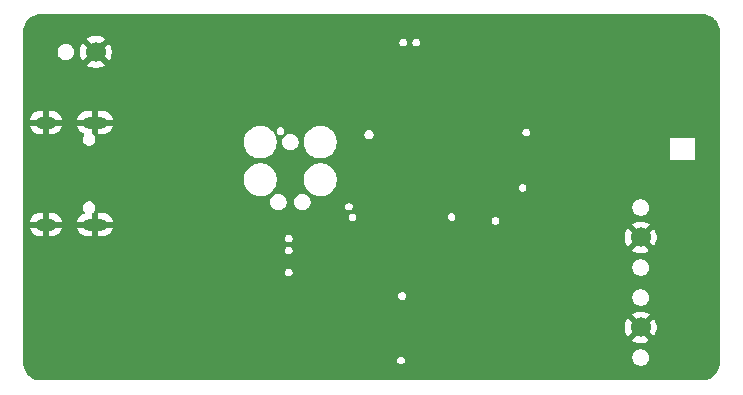
<source format=gbr>
%TF.GenerationSoftware,KiCad,Pcbnew,9.0.4*%
%TF.CreationDate,2025-09-25T07:19:07+02:00*%
%TF.ProjectId,stm32_sensirion_wb,73746d33-325f-4736-956e-736972696f6e,rev?*%
%TF.SameCoordinates,Original*%
%TF.FileFunction,Copper,L2,Inr*%
%TF.FilePolarity,Positive*%
%FSLAX46Y46*%
G04 Gerber Fmt 4.6, Leading zero omitted, Abs format (unit mm)*
G04 Created by KiCad (PCBNEW 9.0.4) date 2025-09-25 07:19:07*
%MOMM*%
%LPD*%
G01*
G04 APERTURE LIST*
%TA.AperFunction,ComponentPad*%
%ADD10C,0.700000*%
%TD*%
%TA.AperFunction,ComponentPad*%
%ADD11C,4.400000*%
%TD*%
%TA.AperFunction,ComponentPad*%
%ADD12C,1.700000*%
%TD*%
%TA.AperFunction,HeatsinkPad*%
%ADD13O,2.100000X1.000000*%
%TD*%
%TA.AperFunction,HeatsinkPad*%
%ADD14O,1.800000X1.000000*%
%TD*%
%TA.AperFunction,ViaPad*%
%ADD15C,0.650000*%
%TD*%
%TA.AperFunction,ViaPad*%
%ADD16C,0.700000*%
%TD*%
%TA.AperFunction,ViaPad*%
%ADD17C,0.900000*%
%TD*%
%TA.AperFunction,ViaPad*%
%ADD18C,0.600000*%
%TD*%
G04 APERTURE END LIST*
D10*
%TO.N,GND*%
%TO.C,H1*%
X110600000Y-34750000D03*
X111083274Y-33583274D03*
X111083274Y-35916726D03*
X112250000Y-33100000D03*
D11*
X112250000Y-34750000D03*
D10*
X112250000Y-36400000D03*
X113416726Y-33583274D03*
X113416726Y-35916726D03*
X113900000Y-34750000D03*
%TD*%
%TO.N,GND*%
%TO.C,H2*%
X57100000Y-60250000D03*
X57583274Y-59083274D03*
X57583274Y-61416726D03*
X58750000Y-58600000D03*
D11*
X58750000Y-60250000D03*
D10*
X58750000Y-61900000D03*
X59916726Y-59083274D03*
X59916726Y-61416726D03*
X60400000Y-60250000D03*
%TD*%
D12*
%TO.N,GND*%
%TO.C,J3*%
X108300000Y-50910000D03*
X108300000Y-58530000D03*
%TD*%
%TO.N,GND*%
%TO.C,J1*%
X62165000Y-35200000D03*
%TD*%
D13*
%TO.N,GND*%
%TO.C,J2*%
X62105000Y-41180000D03*
D14*
X57925000Y-41180000D03*
D13*
X62105000Y-49820000D03*
D14*
X57925000Y-49820000D03*
%TD*%
D15*
%TO.N,GND*%
X72400000Y-55900000D03*
D16*
X94000000Y-42600000D03*
X83581250Y-43500000D03*
D17*
X69500000Y-33000000D03*
D16*
X85981250Y-39400000D03*
D17*
X62500000Y-62000000D03*
D16*
X94000000Y-44700000D03*
D17*
X78500000Y-38000000D03*
D16*
X97000000Y-47150000D03*
X88100000Y-57250000D03*
D17*
X65500000Y-62000000D03*
D16*
X67100000Y-45500000D03*
X94000000Y-46800000D03*
X91800000Y-46800000D03*
D17*
X78500000Y-33000000D03*
D16*
X92900000Y-45800000D03*
X95700000Y-38900000D03*
X89800000Y-46800000D03*
X77800000Y-57800000D03*
X77800000Y-56700000D03*
D17*
X77500000Y-62000000D03*
D16*
X94400000Y-40200000D03*
D18*
X58000000Y-43250000D03*
D17*
X104500000Y-58000000D03*
D16*
X109150000Y-59850000D03*
X99200000Y-46200000D03*
X113300000Y-45900000D03*
X107100000Y-44500000D03*
X91700000Y-51950000D03*
D17*
X57500000Y-33000000D03*
X103000000Y-60500000D03*
D16*
X105000000Y-47500000D03*
X82800000Y-58000000D03*
D17*
X75500000Y-33000000D03*
D16*
X100018750Y-49500000D03*
X97800000Y-36181250D03*
X93500000Y-40200000D03*
D17*
X69500000Y-38000000D03*
X81500000Y-33000000D03*
X68000000Y-40500000D03*
D16*
X64300000Y-42300000D03*
D17*
X66500000Y-38000000D03*
D16*
X64200000Y-48700000D03*
X89800000Y-42600000D03*
X111800000Y-45900000D03*
D17*
X102000000Y-33000000D03*
X57500000Y-55000000D03*
X95500000Y-33000000D03*
D16*
X72300000Y-59900000D03*
X91800000Y-42600000D03*
D17*
X74500000Y-62000000D03*
D16*
X85225000Y-56950000D03*
D17*
X108000000Y-38000000D03*
D16*
X91000000Y-43700000D03*
D17*
X66500000Y-33000000D03*
X60500000Y-33000000D03*
D16*
X86750000Y-45600000D03*
X76500000Y-47800000D03*
X107100000Y-42200000D03*
X98200000Y-40925000D03*
D17*
X68500000Y-62000000D03*
X106000000Y-60500000D03*
D16*
X82700000Y-52000000D03*
X63300000Y-39150000D03*
X70500000Y-58200000D03*
D17*
X71000000Y-40500000D03*
D16*
X70500000Y-59600000D03*
X93850000Y-58900000D03*
D17*
X73000000Y-48000000D03*
D18*
X58000000Y-47750000D03*
D16*
X84800000Y-53012500D03*
D17*
X72500000Y-33000000D03*
D16*
X86081250Y-35800000D03*
X111800000Y-40500000D03*
X92700000Y-43700000D03*
D17*
X101500000Y-58000000D03*
D16*
X89800000Y-44600000D03*
X67700000Y-59600000D03*
X73700000Y-59900000D03*
X82700000Y-51100000D03*
X113200000Y-40500000D03*
X91000000Y-45700000D03*
D17*
X99000000Y-33000000D03*
X81500000Y-38000000D03*
D16*
X109250000Y-52100000D03*
D18*
X58750000Y-45500000D03*
D16*
X81000000Y-57400000D03*
D17*
X100500000Y-35500000D03*
D16*
X86081250Y-37600000D03*
D17*
X71500000Y-62000000D03*
D16*
X84800000Y-45600000D03*
X63750000Y-51900000D03*
D17*
X111000000Y-38000000D03*
D16*
X67700000Y-58200000D03*
X82800000Y-59400000D03*
X91250000Y-58900000D03*
X110400000Y-45900000D03*
D18*
X57000000Y-45500000D03*
D16*
X104200000Y-46200000D03*
D17*
X75500000Y-38000000D03*
X63500000Y-33000000D03*
X105000000Y-38000000D03*
D16*
X76100000Y-55450000D03*
D17*
X106500000Y-35500000D03*
X76000000Y-51000000D03*
D16*
X69100000Y-59600000D03*
D17*
X103500000Y-35500000D03*
X84500000Y-33000000D03*
X105000000Y-33000000D03*
X102000000Y-38000000D03*
D16*
X77800000Y-55500000D03*
X69100000Y-58200000D03*
D17*
X72500000Y-38000000D03*
D16*
X86800000Y-51950000D03*
D15*
X71100000Y-56000000D03*
D16*
X110400000Y-40500000D03*
D17*
X108000000Y-33000000D03*
%TD*%
%TA.AperFunction,Conductor*%
%TO.N,GND*%
G36*
X113504418Y-32000816D02*
G01*
X113704561Y-32015130D01*
X113722063Y-32017647D01*
X113913797Y-32059355D01*
X113930755Y-32064334D01*
X114114609Y-32132909D01*
X114130701Y-32140259D01*
X114302904Y-32234288D01*
X114317784Y-32243849D01*
X114474867Y-32361441D01*
X114488237Y-32373027D01*
X114626972Y-32511762D01*
X114638558Y-32525132D01*
X114756146Y-32682210D01*
X114765711Y-32697095D01*
X114859740Y-32869298D01*
X114867090Y-32885390D01*
X114935662Y-33069236D01*
X114940646Y-33086212D01*
X114982351Y-33277931D01*
X114984869Y-33295442D01*
X114999184Y-33495580D01*
X114999500Y-33504427D01*
X114999500Y-61495572D01*
X114999184Y-61504419D01*
X114984869Y-61704557D01*
X114982351Y-61722068D01*
X114940646Y-61913787D01*
X114935662Y-61930763D01*
X114867090Y-62114609D01*
X114859740Y-62130701D01*
X114765711Y-62302904D01*
X114756146Y-62317789D01*
X114638558Y-62474867D01*
X114626972Y-62488237D01*
X114488237Y-62626972D01*
X114474867Y-62638558D01*
X114317789Y-62756146D01*
X114302904Y-62765711D01*
X114130701Y-62859740D01*
X114114609Y-62867090D01*
X113930763Y-62935662D01*
X113913787Y-62940646D01*
X113722068Y-62982351D01*
X113704557Y-62984869D01*
X113523779Y-62997799D01*
X113504417Y-62999184D01*
X113495572Y-62999500D01*
X57504428Y-62999500D01*
X57495582Y-62999184D01*
X57473622Y-62997613D01*
X57295442Y-62984869D01*
X57277931Y-62982351D01*
X57086212Y-62940646D01*
X57069236Y-62935662D01*
X56885390Y-62867090D01*
X56869298Y-62859740D01*
X56697095Y-62765711D01*
X56682210Y-62756146D01*
X56525132Y-62638558D01*
X56511762Y-62626972D01*
X56373027Y-62488237D01*
X56361441Y-62474867D01*
X56243849Y-62317784D01*
X56234288Y-62302904D01*
X56140259Y-62130701D01*
X56132909Y-62114609D01*
X56072091Y-61951551D01*
X56064334Y-61930755D01*
X56059355Y-61913797D01*
X56017647Y-61722063D01*
X56015130Y-61704556D01*
X56014144Y-61690775D01*
X56000816Y-61504418D01*
X56000500Y-61495572D01*
X56000500Y-61257147D01*
X87674500Y-61257147D01*
X87674500Y-61342853D01*
X87690300Y-61401817D01*
X87696682Y-61425637D01*
X87696685Y-61425644D01*
X87739530Y-61499855D01*
X87739534Y-61499860D01*
X87739535Y-61499862D01*
X87800138Y-61560465D01*
X87800140Y-61560466D01*
X87800144Y-61560469D01*
X87874355Y-61603314D01*
X87874362Y-61603318D01*
X87957147Y-61625500D01*
X87957149Y-61625500D01*
X88042851Y-61625500D01*
X88042853Y-61625500D01*
X88125638Y-61603318D01*
X88199862Y-61560465D01*
X88260465Y-61499862D01*
X88303318Y-61425638D01*
X88325500Y-61342853D01*
X88325500Y-61257147D01*
X88303318Y-61174362D01*
X88282899Y-61138995D01*
X107599499Y-61138995D01*
X107626418Y-61274322D01*
X107626421Y-61274332D01*
X107679221Y-61401804D01*
X107679228Y-61401817D01*
X107755885Y-61516541D01*
X107755888Y-61516545D01*
X107853454Y-61614111D01*
X107853458Y-61614114D01*
X107968182Y-61690771D01*
X107968195Y-61690778D01*
X108043737Y-61722068D01*
X108095672Y-61743580D01*
X108095676Y-61743580D01*
X108095677Y-61743581D01*
X108231004Y-61770500D01*
X108231007Y-61770500D01*
X108368995Y-61770500D01*
X108460041Y-61752389D01*
X108504328Y-61743580D01*
X108631811Y-61690775D01*
X108746542Y-61614114D01*
X108844114Y-61516542D01*
X108920775Y-61401811D01*
X108973580Y-61274328D01*
X109000500Y-61138993D01*
X109000500Y-61001007D01*
X109000500Y-61001004D01*
X108973581Y-60865677D01*
X108973580Y-60865676D01*
X108973580Y-60865672D01*
X108973578Y-60865667D01*
X108920778Y-60738195D01*
X108920771Y-60738182D01*
X108844114Y-60623458D01*
X108844111Y-60623454D01*
X108746545Y-60525888D01*
X108746541Y-60525885D01*
X108631817Y-60449228D01*
X108631804Y-60449221D01*
X108504332Y-60396421D01*
X108504322Y-60396418D01*
X108368995Y-60369500D01*
X108368993Y-60369500D01*
X108231007Y-60369500D01*
X108231005Y-60369500D01*
X108095677Y-60396418D01*
X108095667Y-60396421D01*
X107968195Y-60449221D01*
X107968182Y-60449228D01*
X107853458Y-60525885D01*
X107853454Y-60525888D01*
X107755888Y-60623454D01*
X107755885Y-60623458D01*
X107679228Y-60738182D01*
X107679221Y-60738195D01*
X107626421Y-60865667D01*
X107626418Y-60865677D01*
X107599500Y-61001004D01*
X107599500Y-61001007D01*
X107599500Y-61138993D01*
X107599500Y-61138995D01*
X107599499Y-61138995D01*
X88282899Y-61138995D01*
X88282898Y-61138993D01*
X88260469Y-61100144D01*
X88260463Y-61100136D01*
X88199863Y-61039536D01*
X88199855Y-61039530D01*
X88125644Y-60996685D01*
X88125640Y-60996683D01*
X88125638Y-60996682D01*
X88042853Y-60974500D01*
X87957147Y-60974500D01*
X87874362Y-60996682D01*
X87874355Y-60996685D01*
X87800144Y-61039530D01*
X87800136Y-61039536D01*
X87739536Y-61100136D01*
X87739530Y-61100144D01*
X87696685Y-61174355D01*
X87696682Y-61174362D01*
X87674500Y-61257147D01*
X56000500Y-61257147D01*
X56000500Y-58423753D01*
X106950000Y-58423753D01*
X106950000Y-58636246D01*
X106983242Y-58846127D01*
X106983242Y-58846130D01*
X107048904Y-59048217D01*
X107145375Y-59237550D01*
X107184728Y-59291716D01*
X107817037Y-58659408D01*
X107834075Y-58722993D01*
X107899901Y-58837007D01*
X107992993Y-58930099D01*
X108107007Y-58995925D01*
X108170590Y-59012962D01*
X107538282Y-59645269D01*
X107538282Y-59645270D01*
X107592449Y-59684624D01*
X107781782Y-59781095D01*
X107983870Y-59846757D01*
X108193754Y-59880000D01*
X108406246Y-59880000D01*
X108616127Y-59846757D01*
X108616130Y-59846757D01*
X108818217Y-59781095D01*
X109007554Y-59684622D01*
X109061716Y-59645270D01*
X109061717Y-59645270D01*
X108429408Y-59012962D01*
X108492993Y-58995925D01*
X108607007Y-58930099D01*
X108700099Y-58837007D01*
X108765925Y-58722993D01*
X108782962Y-58659408D01*
X109415270Y-59291717D01*
X109415270Y-59291716D01*
X109454622Y-59237554D01*
X109551095Y-59048217D01*
X109616757Y-58846130D01*
X109616757Y-58846127D01*
X109650000Y-58636246D01*
X109650000Y-58423753D01*
X109616757Y-58213872D01*
X109616757Y-58213869D01*
X109551095Y-58011782D01*
X109454624Y-57822449D01*
X109415270Y-57768282D01*
X109415269Y-57768282D01*
X108782962Y-58400590D01*
X108765925Y-58337007D01*
X108700099Y-58222993D01*
X108607007Y-58129901D01*
X108492993Y-58064075D01*
X108429409Y-58047037D01*
X109061716Y-57414728D01*
X109007550Y-57375375D01*
X108818217Y-57278904D01*
X108616129Y-57213242D01*
X108406246Y-57180000D01*
X108193754Y-57180000D01*
X107983872Y-57213242D01*
X107983869Y-57213242D01*
X107781782Y-57278904D01*
X107592439Y-57375380D01*
X107538282Y-57414727D01*
X107538282Y-57414728D01*
X108170591Y-58047037D01*
X108107007Y-58064075D01*
X107992993Y-58129901D01*
X107899901Y-58222993D01*
X107834075Y-58337007D01*
X107817037Y-58400591D01*
X107184728Y-57768282D01*
X107184727Y-57768282D01*
X107145380Y-57822439D01*
X107048904Y-58011782D01*
X106983242Y-58213869D01*
X106983242Y-58213872D01*
X106950000Y-58423753D01*
X56000500Y-58423753D01*
X56000500Y-55803856D01*
X87749500Y-55803856D01*
X87749500Y-55896144D01*
X87756161Y-55921004D01*
X87773387Y-55985290D01*
X87773388Y-55985293D01*
X87819526Y-56065205D01*
X87819529Y-56065209D01*
X87819531Y-56065212D01*
X87884788Y-56130469D01*
X87884791Y-56130470D01*
X87884794Y-56130473D01*
X87964706Y-56176611D01*
X87964707Y-56176611D01*
X87964712Y-56176614D01*
X88053856Y-56200500D01*
X88053858Y-56200500D01*
X88146142Y-56200500D01*
X88146144Y-56200500D01*
X88235288Y-56176614D01*
X88315212Y-56130469D01*
X88380469Y-56065212D01*
X88384058Y-56058995D01*
X107599499Y-56058995D01*
X107626418Y-56194322D01*
X107626421Y-56194332D01*
X107679221Y-56321804D01*
X107679228Y-56321817D01*
X107755885Y-56436541D01*
X107755888Y-56436545D01*
X107853454Y-56534111D01*
X107853458Y-56534114D01*
X107968182Y-56610771D01*
X107968195Y-56610778D01*
X108095667Y-56663578D01*
X108095672Y-56663580D01*
X108095676Y-56663580D01*
X108095677Y-56663581D01*
X108231004Y-56690500D01*
X108231007Y-56690500D01*
X108368995Y-56690500D01*
X108460041Y-56672389D01*
X108504328Y-56663580D01*
X108631811Y-56610775D01*
X108746542Y-56534114D01*
X108844114Y-56436542D01*
X108920775Y-56321811D01*
X108973580Y-56194328D01*
X108986282Y-56130473D01*
X109000500Y-56058995D01*
X109000500Y-55921004D01*
X108973581Y-55785677D01*
X108973580Y-55785676D01*
X108973580Y-55785672D01*
X108944188Y-55714712D01*
X108920778Y-55658195D01*
X108920771Y-55658182D01*
X108844114Y-55543458D01*
X108844111Y-55543454D01*
X108746545Y-55445888D01*
X108746541Y-55445885D01*
X108631817Y-55369228D01*
X108631804Y-55369221D01*
X108504332Y-55316421D01*
X108504322Y-55316418D01*
X108368995Y-55289500D01*
X108368993Y-55289500D01*
X108231007Y-55289500D01*
X108231005Y-55289500D01*
X108095677Y-55316418D01*
X108095667Y-55316421D01*
X107968195Y-55369221D01*
X107968182Y-55369228D01*
X107853458Y-55445885D01*
X107853454Y-55445888D01*
X107755888Y-55543454D01*
X107755885Y-55543458D01*
X107679228Y-55658182D01*
X107679221Y-55658195D01*
X107626421Y-55785667D01*
X107626418Y-55785677D01*
X107599500Y-55921004D01*
X107599500Y-55921007D01*
X107599500Y-56058993D01*
X107599500Y-56058995D01*
X107599499Y-56058995D01*
X88384058Y-56058995D01*
X88426614Y-55985288D01*
X88450500Y-55896144D01*
X88450500Y-55803856D01*
X88426614Y-55714712D01*
X88426611Y-55714706D01*
X88380473Y-55634794D01*
X88380470Y-55634791D01*
X88380469Y-55634788D01*
X88315212Y-55569531D01*
X88315209Y-55569529D01*
X88315205Y-55569526D01*
X88235293Y-55523388D01*
X88235290Y-55523387D01*
X88235289Y-55523386D01*
X88235288Y-55523386D01*
X88146144Y-55499500D01*
X88053856Y-55499500D01*
X87964712Y-55523386D01*
X87964711Y-55523386D01*
X87964709Y-55523387D01*
X87964706Y-55523388D01*
X87884794Y-55569526D01*
X87884785Y-55569533D01*
X87819533Y-55634785D01*
X87819526Y-55634794D01*
X87773388Y-55714706D01*
X87773387Y-55714709D01*
X87773386Y-55714711D01*
X87773386Y-55714712D01*
X87749500Y-55803856D01*
X56000500Y-55803856D01*
X56000500Y-53807147D01*
X78174500Y-53807147D01*
X78174500Y-53892853D01*
X78175490Y-53896545D01*
X78196682Y-53975637D01*
X78196685Y-53975644D01*
X78239530Y-54049855D01*
X78239534Y-54049860D01*
X78239535Y-54049862D01*
X78300138Y-54110465D01*
X78300140Y-54110466D01*
X78300144Y-54110469D01*
X78369481Y-54150500D01*
X78374362Y-54153318D01*
X78457147Y-54175500D01*
X78457149Y-54175500D01*
X78542851Y-54175500D01*
X78542853Y-54175500D01*
X78625638Y-54153318D01*
X78699862Y-54110465D01*
X78760465Y-54049862D01*
X78803318Y-53975638D01*
X78825500Y-53892853D01*
X78825500Y-53807147D01*
X78803318Y-53724362D01*
X78803314Y-53724355D01*
X78760469Y-53650144D01*
X78760463Y-53650136D01*
X78699863Y-53589536D01*
X78699855Y-53589530D01*
X78625644Y-53546685D01*
X78625640Y-53546683D01*
X78625638Y-53546682D01*
X78542853Y-53524500D01*
X78457147Y-53524500D01*
X78374362Y-53546682D01*
X78374355Y-53546685D01*
X78300144Y-53589530D01*
X78300136Y-53589536D01*
X78239536Y-53650136D01*
X78239530Y-53650144D01*
X78196685Y-53724355D01*
X78196682Y-53724362D01*
X78174500Y-53807147D01*
X56000500Y-53807147D01*
X56000500Y-53518995D01*
X107599499Y-53518995D01*
X107626418Y-53654322D01*
X107626421Y-53654332D01*
X107679221Y-53781804D01*
X107679228Y-53781817D01*
X107755885Y-53896541D01*
X107755888Y-53896545D01*
X107853454Y-53994111D01*
X107853458Y-53994114D01*
X107968182Y-54070771D01*
X107968195Y-54070778D01*
X108064009Y-54110465D01*
X108095672Y-54123580D01*
X108095676Y-54123580D01*
X108095677Y-54123581D01*
X108231004Y-54150500D01*
X108231007Y-54150500D01*
X108368995Y-54150500D01*
X108460041Y-54132389D01*
X108504328Y-54123580D01*
X108631811Y-54070775D01*
X108746542Y-53994114D01*
X108844114Y-53896542D01*
X108920775Y-53781811D01*
X108973580Y-53654328D01*
X108994992Y-53546685D01*
X109000500Y-53518995D01*
X109000500Y-53381004D01*
X108973581Y-53245677D01*
X108973580Y-53245676D01*
X108973580Y-53245672D01*
X108973578Y-53245667D01*
X108920778Y-53118195D01*
X108920771Y-53118182D01*
X108844114Y-53003458D01*
X108844111Y-53003454D01*
X108746545Y-52905888D01*
X108746541Y-52905885D01*
X108631817Y-52829228D01*
X108631804Y-52829221D01*
X108504332Y-52776421D01*
X108504322Y-52776418D01*
X108368995Y-52749500D01*
X108368993Y-52749500D01*
X108231007Y-52749500D01*
X108231005Y-52749500D01*
X108095677Y-52776418D01*
X108095667Y-52776421D01*
X107968195Y-52829221D01*
X107968182Y-52829228D01*
X107853458Y-52905885D01*
X107853454Y-52905888D01*
X107755888Y-53003454D01*
X107755885Y-53003458D01*
X107679228Y-53118182D01*
X107679221Y-53118195D01*
X107626421Y-53245667D01*
X107626418Y-53245677D01*
X107599500Y-53381004D01*
X107599500Y-53381007D01*
X107599500Y-53518993D01*
X107599500Y-53518995D01*
X107599499Y-53518995D01*
X56000500Y-53518995D01*
X56000500Y-51957147D01*
X78174500Y-51957147D01*
X78174500Y-52042853D01*
X78180334Y-52064624D01*
X78196682Y-52125637D01*
X78196685Y-52125644D01*
X78239530Y-52199855D01*
X78239534Y-52199860D01*
X78239535Y-52199862D01*
X78300138Y-52260465D01*
X78300140Y-52260466D01*
X78300144Y-52260469D01*
X78374355Y-52303314D01*
X78374362Y-52303318D01*
X78457147Y-52325500D01*
X78457149Y-52325500D01*
X78542851Y-52325500D01*
X78542853Y-52325500D01*
X78625638Y-52303318D01*
X78699862Y-52260465D01*
X78760465Y-52199862D01*
X78803318Y-52125638D01*
X78825500Y-52042853D01*
X78825500Y-51957147D01*
X78803318Y-51874362D01*
X78803314Y-51874355D01*
X78760469Y-51800144D01*
X78760463Y-51800136D01*
X78699863Y-51739536D01*
X78699855Y-51739530D01*
X78625644Y-51696685D01*
X78625640Y-51696683D01*
X78625638Y-51696682D01*
X78542853Y-51674500D01*
X78457147Y-51674500D01*
X78374362Y-51696682D01*
X78374355Y-51696685D01*
X78300144Y-51739530D01*
X78300136Y-51739536D01*
X78239536Y-51800136D01*
X78239530Y-51800144D01*
X78196685Y-51874355D01*
X78196682Y-51874362D01*
X78174500Y-51957147D01*
X56000500Y-51957147D01*
X56000500Y-50957147D01*
X78174500Y-50957147D01*
X78174500Y-51042853D01*
X78190615Y-51102993D01*
X78196682Y-51125637D01*
X78196685Y-51125644D01*
X78239530Y-51199855D01*
X78239534Y-51199860D01*
X78239535Y-51199862D01*
X78300138Y-51260465D01*
X78300140Y-51260466D01*
X78300144Y-51260469D01*
X78374355Y-51303314D01*
X78374362Y-51303318D01*
X78457147Y-51325500D01*
X78457149Y-51325500D01*
X78542851Y-51325500D01*
X78542853Y-51325500D01*
X78625638Y-51303318D01*
X78699862Y-51260465D01*
X78760465Y-51199862D01*
X78803318Y-51125638D01*
X78825500Y-51042853D01*
X78825500Y-50957147D01*
X78803318Y-50874362D01*
X78762552Y-50803753D01*
X106950000Y-50803753D01*
X106950000Y-51016246D01*
X106983242Y-51226127D01*
X106983242Y-51226130D01*
X107048904Y-51428217D01*
X107145375Y-51617550D01*
X107184728Y-51671716D01*
X107817037Y-51039408D01*
X107834075Y-51102993D01*
X107899901Y-51217007D01*
X107992993Y-51310099D01*
X108107007Y-51375925D01*
X108170590Y-51392962D01*
X107538282Y-52025269D01*
X107538282Y-52025270D01*
X107592449Y-52064624D01*
X107781782Y-52161095D01*
X107983870Y-52226757D01*
X108193754Y-52260000D01*
X108406246Y-52260000D01*
X108616127Y-52226757D01*
X108616130Y-52226757D01*
X108818217Y-52161095D01*
X109007554Y-52064622D01*
X109061716Y-52025270D01*
X109061717Y-52025270D01*
X108429408Y-51392962D01*
X108492993Y-51375925D01*
X108607007Y-51310099D01*
X108700099Y-51217007D01*
X108765925Y-51102993D01*
X108782962Y-51039408D01*
X109415270Y-51671717D01*
X109415270Y-51671716D01*
X109454622Y-51617554D01*
X109551095Y-51428217D01*
X109616757Y-51226130D01*
X109616757Y-51226127D01*
X109650000Y-51016246D01*
X109650000Y-50803753D01*
X109616757Y-50593872D01*
X109616757Y-50593869D01*
X109551095Y-50391782D01*
X109454624Y-50202449D01*
X109415270Y-50148282D01*
X109415269Y-50148282D01*
X108782962Y-50780590D01*
X108765925Y-50717007D01*
X108700099Y-50602993D01*
X108607007Y-50509901D01*
X108492993Y-50444075D01*
X108429409Y-50427037D01*
X109061716Y-49794728D01*
X109007550Y-49755375D01*
X108818217Y-49658904D01*
X108616129Y-49593242D01*
X108406246Y-49560000D01*
X108193754Y-49560000D01*
X107983872Y-49593242D01*
X107983869Y-49593242D01*
X107781782Y-49658904D01*
X107592439Y-49755380D01*
X107538282Y-49794727D01*
X107538282Y-49794728D01*
X108170591Y-50427037D01*
X108107007Y-50444075D01*
X107992993Y-50509901D01*
X107899901Y-50602993D01*
X107834075Y-50717007D01*
X107817037Y-50780591D01*
X107184728Y-50148282D01*
X107184727Y-50148282D01*
X107145380Y-50202439D01*
X107048904Y-50391782D01*
X106983242Y-50593869D01*
X106983242Y-50593872D01*
X106950000Y-50803753D01*
X78762552Y-50803753D01*
X78760467Y-50800141D01*
X78760463Y-50800136D01*
X78699863Y-50739536D01*
X78699855Y-50739530D01*
X78625644Y-50696685D01*
X78625640Y-50696683D01*
X78625638Y-50696682D01*
X78542853Y-50674500D01*
X78457147Y-50674500D01*
X78374362Y-50696682D01*
X78374355Y-50696685D01*
X78300144Y-50739530D01*
X78300136Y-50739536D01*
X78239536Y-50800136D01*
X78239530Y-50800144D01*
X78196685Y-50874355D01*
X78196682Y-50874362D01*
X78174500Y-50957147D01*
X56000500Y-50957147D01*
X56000500Y-49570000D01*
X56555138Y-49570000D01*
X57358012Y-49570000D01*
X57340795Y-49579940D01*
X57284940Y-49635795D01*
X57245444Y-49704204D01*
X57225000Y-49780504D01*
X57225000Y-49859496D01*
X57245444Y-49935796D01*
X57284940Y-50004205D01*
X57340795Y-50060060D01*
X57358012Y-50070000D01*
X56555138Y-50070000D01*
X56563430Y-50111690D01*
X56563430Y-50111692D01*
X56638807Y-50293671D01*
X56638814Y-50293684D01*
X56748248Y-50457462D01*
X56748251Y-50457466D01*
X56887533Y-50596748D01*
X56887537Y-50596751D01*
X57051315Y-50706185D01*
X57051328Y-50706192D01*
X57233306Y-50781569D01*
X57233318Y-50781572D01*
X57426504Y-50819999D01*
X57426508Y-50820000D01*
X57675000Y-50820000D01*
X57675000Y-50120000D01*
X58175000Y-50120000D01*
X58175000Y-50820000D01*
X58423492Y-50820000D01*
X58423495Y-50819999D01*
X58616681Y-50781572D01*
X58616693Y-50781569D01*
X58798671Y-50706192D01*
X58798684Y-50706185D01*
X58962462Y-50596751D01*
X58962466Y-50596748D01*
X59101748Y-50457466D01*
X59101751Y-50457462D01*
X59211185Y-50293684D01*
X59211192Y-50293671D01*
X59286569Y-50111692D01*
X59286569Y-50111690D01*
X59294862Y-50070000D01*
X58491988Y-50070000D01*
X58509205Y-50060060D01*
X58565060Y-50004205D01*
X58604556Y-49935796D01*
X58625000Y-49859496D01*
X58625000Y-49780504D01*
X58604556Y-49704204D01*
X58565060Y-49635795D01*
X58509205Y-49579940D01*
X58491988Y-49570000D01*
X59294862Y-49570000D01*
X60585138Y-49570000D01*
X61388012Y-49570000D01*
X61370795Y-49579940D01*
X61314940Y-49635795D01*
X61275444Y-49704204D01*
X61255000Y-49780504D01*
X61255000Y-49859496D01*
X61275444Y-49935796D01*
X61314940Y-50004205D01*
X61370795Y-50060060D01*
X61388012Y-50070000D01*
X60585138Y-50070000D01*
X60593430Y-50111690D01*
X60593430Y-50111692D01*
X60668807Y-50293671D01*
X60668814Y-50293684D01*
X60778248Y-50457462D01*
X60778251Y-50457466D01*
X60917533Y-50596748D01*
X60917537Y-50596751D01*
X61081315Y-50706185D01*
X61081328Y-50706192D01*
X61263306Y-50781569D01*
X61263318Y-50781572D01*
X61456504Y-50819999D01*
X61456508Y-50820000D01*
X61855000Y-50820000D01*
X61855000Y-50120000D01*
X62355000Y-50120000D01*
X62355000Y-50820000D01*
X62753492Y-50820000D01*
X62753495Y-50819999D01*
X62946681Y-50781572D01*
X62946693Y-50781569D01*
X63128671Y-50706192D01*
X63128684Y-50706185D01*
X63292462Y-50596751D01*
X63292466Y-50596748D01*
X63431748Y-50457466D01*
X63431751Y-50457462D01*
X63541185Y-50293684D01*
X63541192Y-50293671D01*
X63616569Y-50111692D01*
X63616569Y-50111690D01*
X63624862Y-50070000D01*
X62821988Y-50070000D01*
X62839205Y-50060060D01*
X62895060Y-50004205D01*
X62934556Y-49935796D01*
X62955000Y-49859496D01*
X62955000Y-49780504D01*
X62934556Y-49704204D01*
X62895060Y-49635795D01*
X62839205Y-49579940D01*
X62821988Y-49570000D01*
X63624862Y-49570000D01*
X63616569Y-49528309D01*
X63616569Y-49528307D01*
X63541192Y-49346328D01*
X63541185Y-49346315D01*
X63455389Y-49217913D01*
X63455388Y-49217912D01*
X63431748Y-49182533D01*
X63406362Y-49157147D01*
X83574500Y-49157147D01*
X83574500Y-49242853D01*
X83589984Y-49300638D01*
X83596682Y-49325637D01*
X83596685Y-49325644D01*
X83639530Y-49399855D01*
X83639534Y-49399860D01*
X83639535Y-49399862D01*
X83700138Y-49460465D01*
X83700140Y-49460466D01*
X83700144Y-49460469D01*
X83731060Y-49478318D01*
X83774362Y-49503318D01*
X83857147Y-49525500D01*
X83857149Y-49525500D01*
X83942851Y-49525500D01*
X83942853Y-49525500D01*
X84025638Y-49503318D01*
X84099862Y-49460465D01*
X84160465Y-49399862D01*
X84203318Y-49325638D01*
X84225500Y-49242853D01*
X84225500Y-49157147D01*
X84218801Y-49132147D01*
X91963950Y-49132147D01*
X91963950Y-49217853D01*
X91985998Y-49300136D01*
X91986132Y-49300637D01*
X91986135Y-49300644D01*
X92028980Y-49374855D01*
X92028984Y-49374860D01*
X92028985Y-49374862D01*
X92089588Y-49435465D01*
X92089590Y-49435466D01*
X92089594Y-49435469D01*
X92132896Y-49460469D01*
X92163812Y-49478318D01*
X92246597Y-49500500D01*
X92246599Y-49500500D01*
X92332301Y-49500500D01*
X92332303Y-49500500D01*
X92415088Y-49478318D01*
X92451757Y-49457147D01*
X95674500Y-49457147D01*
X95674500Y-49542853D01*
X95684438Y-49579940D01*
X95696682Y-49625637D01*
X95696685Y-49625644D01*
X95739530Y-49699855D01*
X95739534Y-49699860D01*
X95739535Y-49699862D01*
X95800138Y-49760465D01*
X95800140Y-49760466D01*
X95800144Y-49760469D01*
X95874355Y-49803314D01*
X95874362Y-49803318D01*
X95957147Y-49825500D01*
X95957149Y-49825500D01*
X96042851Y-49825500D01*
X96042853Y-49825500D01*
X96125638Y-49803318D01*
X96199862Y-49760465D01*
X96260465Y-49699862D01*
X96303318Y-49625638D01*
X96325500Y-49542853D01*
X96325500Y-49457147D01*
X96303318Y-49374362D01*
X96275191Y-49325644D01*
X96260469Y-49300144D01*
X96260463Y-49300136D01*
X96199863Y-49239536D01*
X96199855Y-49239530D01*
X96125644Y-49196685D01*
X96125640Y-49196683D01*
X96125638Y-49196682D01*
X96042853Y-49174500D01*
X95957147Y-49174500D01*
X95874362Y-49196682D01*
X95874355Y-49196685D01*
X95800144Y-49239530D01*
X95800136Y-49239536D01*
X95739536Y-49300136D01*
X95739530Y-49300144D01*
X95696685Y-49374355D01*
X95696682Y-49374362D01*
X95674500Y-49457147D01*
X92451757Y-49457147D01*
X92489312Y-49435465D01*
X92549915Y-49374862D01*
X92592768Y-49300638D01*
X92614950Y-49217853D01*
X92614950Y-49132147D01*
X92592768Y-49049362D01*
X92589238Y-49043248D01*
X92549919Y-48975144D01*
X92549913Y-48975136D01*
X92489313Y-48914536D01*
X92489305Y-48914530D01*
X92415094Y-48871685D01*
X92415090Y-48871683D01*
X92415088Y-48871682D01*
X92332303Y-48849500D01*
X92246597Y-48849500D01*
X92163812Y-48871682D01*
X92163805Y-48871685D01*
X92089594Y-48914530D01*
X92089586Y-48914536D01*
X92028986Y-48975136D01*
X92028980Y-48975144D01*
X91986135Y-49049355D01*
X91986132Y-49049362D01*
X91963950Y-49132147D01*
X84218801Y-49132147D01*
X84203318Y-49074362D01*
X84201088Y-49070500D01*
X84160469Y-49000144D01*
X84160463Y-49000136D01*
X84099863Y-48939536D01*
X84099855Y-48939530D01*
X84025644Y-48896685D01*
X84025640Y-48896683D01*
X84025638Y-48896682D01*
X83942853Y-48874500D01*
X83857147Y-48874500D01*
X83774362Y-48896682D01*
X83774355Y-48896685D01*
X83700144Y-48939530D01*
X83700136Y-48939536D01*
X83639536Y-49000136D01*
X83639530Y-49000144D01*
X83596685Y-49074355D01*
X83596683Y-49074360D01*
X83596682Y-49074362D01*
X83574500Y-49157147D01*
X63406362Y-49157147D01*
X63292466Y-49043251D01*
X63292462Y-49043248D01*
X63128684Y-48933814D01*
X63128671Y-48933807D01*
X62946693Y-48858430D01*
X62946681Y-48858427D01*
X62753495Y-48820000D01*
X62355000Y-48820000D01*
X62355000Y-49520000D01*
X61855000Y-49520000D01*
X61855000Y-48924049D01*
X61874685Y-48857010D01*
X61891870Y-48835820D01*
X61903203Y-48824627D01*
X61927665Y-48810505D01*
X62025505Y-48712665D01*
X62094688Y-48592836D01*
X62130500Y-48459183D01*
X62130500Y-48320817D01*
X62094688Y-48187164D01*
X62025505Y-48067335D01*
X61927665Y-47969495D01*
X61927664Y-47969494D01*
X61927661Y-47969492D01*
X61881370Y-47942766D01*
X61881369Y-47942766D01*
X61807836Y-47900312D01*
X61674183Y-47864500D01*
X61535817Y-47864500D01*
X61402164Y-47900312D01*
X61402161Y-47900313D01*
X61282338Y-47969492D01*
X61282333Y-47969496D01*
X61184496Y-48067333D01*
X61184492Y-48067338D01*
X61115313Y-48187161D01*
X61115312Y-48187164D01*
X61079500Y-48320817D01*
X61079500Y-48459183D01*
X61111622Y-48579062D01*
X61115312Y-48592835D01*
X61115313Y-48592838D01*
X61184492Y-48712661D01*
X61189441Y-48719110D01*
X61186813Y-48721125D01*
X61212911Y-48768919D01*
X61207927Y-48838611D01*
X61166055Y-48894544D01*
X61139197Y-48909838D01*
X61081328Y-48933807D01*
X61081315Y-48933814D01*
X60917537Y-49043248D01*
X60917533Y-49043251D01*
X60778251Y-49182533D01*
X60778248Y-49182537D01*
X60668814Y-49346315D01*
X60668807Y-49346328D01*
X60593430Y-49528307D01*
X60593430Y-49528309D01*
X60585138Y-49570000D01*
X59294862Y-49570000D01*
X59286569Y-49528309D01*
X59286569Y-49528307D01*
X59211192Y-49346328D01*
X59211185Y-49346315D01*
X59101751Y-49182537D01*
X59101748Y-49182533D01*
X58962466Y-49043251D01*
X58962462Y-49043248D01*
X58798684Y-48933814D01*
X58798671Y-48933807D01*
X58616693Y-48858430D01*
X58616681Y-48858427D01*
X58423495Y-48820000D01*
X58175000Y-48820000D01*
X58175000Y-49520000D01*
X57675000Y-49520000D01*
X57675000Y-48820000D01*
X57426504Y-48820000D01*
X57233318Y-48858427D01*
X57233306Y-48858430D01*
X57051328Y-48933807D01*
X57051315Y-48933814D01*
X56887537Y-49043248D01*
X56887533Y-49043251D01*
X56748251Y-49182533D01*
X56748248Y-49182537D01*
X56638814Y-49346315D01*
X56638807Y-49346328D01*
X56563430Y-49528307D01*
X56563430Y-49528309D01*
X56555138Y-49570000D01*
X56000500Y-49570000D01*
X56000500Y-47841465D01*
X76923200Y-47841465D01*
X76923200Y-47978534D01*
X76949937Y-48112949D01*
X76949940Y-48112961D01*
X77002386Y-48239578D01*
X77002393Y-48239591D01*
X77078536Y-48353546D01*
X77078539Y-48353550D01*
X77175449Y-48450460D01*
X77175453Y-48450463D01*
X77289408Y-48526606D01*
X77289421Y-48526613D01*
X77404626Y-48574332D01*
X77416043Y-48579061D01*
X77537972Y-48603314D01*
X77550465Y-48605799D01*
X77550469Y-48605800D01*
X77550470Y-48605800D01*
X77687531Y-48605800D01*
X77687532Y-48605799D01*
X77821957Y-48579061D01*
X77948585Y-48526610D01*
X78062547Y-48450463D01*
X78159463Y-48353547D01*
X78235610Y-48239585D01*
X78288061Y-48112957D01*
X78314800Y-47978530D01*
X78314800Y-47841470D01*
X78314799Y-47841465D01*
X78955200Y-47841465D01*
X78955200Y-47978534D01*
X78981937Y-48112949D01*
X78981940Y-48112961D01*
X79034386Y-48239578D01*
X79034393Y-48239591D01*
X79110536Y-48353546D01*
X79110539Y-48353550D01*
X79207449Y-48450460D01*
X79207453Y-48450463D01*
X79321408Y-48526606D01*
X79321421Y-48526613D01*
X79436626Y-48574332D01*
X79448043Y-48579061D01*
X79569972Y-48603314D01*
X79582465Y-48605799D01*
X79582469Y-48605800D01*
X79582470Y-48605800D01*
X79719531Y-48605800D01*
X79719532Y-48605799D01*
X79853957Y-48579061D01*
X79980585Y-48526610D01*
X80094547Y-48450463D01*
X80191463Y-48353547D01*
X80255875Y-48257147D01*
X83274500Y-48257147D01*
X83274500Y-48342853D01*
X83277366Y-48353547D01*
X83296682Y-48425637D01*
X83296685Y-48425644D01*
X83339530Y-48499855D01*
X83339534Y-48499860D01*
X83339535Y-48499862D01*
X83400138Y-48560465D01*
X83400140Y-48560466D01*
X83400144Y-48560469D01*
X83456210Y-48592838D01*
X83474362Y-48603318D01*
X83557147Y-48625500D01*
X83557149Y-48625500D01*
X83642851Y-48625500D01*
X83642853Y-48625500D01*
X83725638Y-48603318D01*
X83799862Y-48560465D01*
X83860465Y-48499862D01*
X83895606Y-48438995D01*
X107599499Y-48438995D01*
X107626418Y-48574322D01*
X107626421Y-48574332D01*
X107679221Y-48701804D01*
X107679228Y-48701817D01*
X107755885Y-48816541D01*
X107755888Y-48816545D01*
X107853454Y-48914111D01*
X107853458Y-48914114D01*
X107968182Y-48990771D01*
X107968195Y-48990778D01*
X108094870Y-49043248D01*
X108095672Y-49043580D01*
X108095676Y-49043580D01*
X108095677Y-49043581D01*
X108231004Y-49070500D01*
X108231007Y-49070500D01*
X108368995Y-49070500D01*
X108475295Y-49049355D01*
X108504328Y-49043580D01*
X108609207Y-49000138D01*
X108631804Y-48990778D01*
X108631804Y-48990777D01*
X108631811Y-48990775D01*
X108746542Y-48914114D01*
X108844114Y-48816542D01*
X108920775Y-48701811D01*
X108973580Y-48574328D01*
X108996484Y-48459182D01*
X109000500Y-48438995D01*
X109000500Y-48301004D01*
X108973581Y-48165677D01*
X108973580Y-48165676D01*
X108973580Y-48165672D01*
X108973578Y-48165667D01*
X108920778Y-48038195D01*
X108920771Y-48038182D01*
X108844114Y-47923458D01*
X108844111Y-47923454D01*
X108746545Y-47825888D01*
X108746541Y-47825885D01*
X108631817Y-47749228D01*
X108631804Y-47749221D01*
X108504332Y-47696421D01*
X108504322Y-47696418D01*
X108368995Y-47669500D01*
X108368993Y-47669500D01*
X108231007Y-47669500D01*
X108231005Y-47669500D01*
X108095677Y-47696418D01*
X108095667Y-47696421D01*
X107968195Y-47749221D01*
X107968182Y-47749228D01*
X107853458Y-47825885D01*
X107853454Y-47825888D01*
X107755888Y-47923454D01*
X107755885Y-47923458D01*
X107679228Y-48038182D01*
X107679221Y-48038195D01*
X107626421Y-48165667D01*
X107626418Y-48165677D01*
X107599500Y-48301004D01*
X107599500Y-48301007D01*
X107599500Y-48438993D01*
X107599500Y-48438995D01*
X107599499Y-48438995D01*
X83895606Y-48438995D01*
X83903318Y-48425638D01*
X83925500Y-48342853D01*
X83925500Y-48257147D01*
X83903318Y-48174362D01*
X83898298Y-48165667D01*
X83860469Y-48100144D01*
X83860463Y-48100136D01*
X83799863Y-48039536D01*
X83799855Y-48039530D01*
X83725644Y-47996685D01*
X83725640Y-47996683D01*
X83725638Y-47996682D01*
X83642853Y-47974500D01*
X83557147Y-47974500D01*
X83474362Y-47996682D01*
X83474355Y-47996685D01*
X83400144Y-48039530D01*
X83400136Y-48039536D01*
X83339536Y-48100136D01*
X83339530Y-48100144D01*
X83296685Y-48174355D01*
X83296682Y-48174362D01*
X83274500Y-48257147D01*
X80255875Y-48257147D01*
X80267610Y-48239585D01*
X80320061Y-48112957D01*
X80346800Y-47978530D01*
X80346800Y-47841470D01*
X80320061Y-47707043D01*
X80304510Y-47669500D01*
X80267613Y-47580421D01*
X80267606Y-47580408D01*
X80191463Y-47466453D01*
X80191460Y-47466449D01*
X80094550Y-47369539D01*
X80094546Y-47369536D01*
X79980591Y-47293393D01*
X79980578Y-47293386D01*
X79853961Y-47240940D01*
X79853949Y-47240937D01*
X79719534Y-47214200D01*
X79719530Y-47214200D01*
X79582470Y-47214200D01*
X79582465Y-47214200D01*
X79448050Y-47240937D01*
X79448038Y-47240940D01*
X79321421Y-47293386D01*
X79321408Y-47293393D01*
X79207453Y-47369536D01*
X79207449Y-47369539D01*
X79110539Y-47466449D01*
X79110536Y-47466453D01*
X79034393Y-47580408D01*
X79034386Y-47580421D01*
X78981940Y-47707038D01*
X78981937Y-47707050D01*
X78955200Y-47841465D01*
X78314799Y-47841465D01*
X78288061Y-47707043D01*
X78272510Y-47669500D01*
X78235613Y-47580421D01*
X78235606Y-47580408D01*
X78159463Y-47466453D01*
X78159460Y-47466449D01*
X78062550Y-47369539D01*
X78062546Y-47369536D01*
X77948591Y-47293393D01*
X77948578Y-47293386D01*
X77821961Y-47240940D01*
X77821949Y-47240937D01*
X77687534Y-47214200D01*
X77687530Y-47214200D01*
X77550470Y-47214200D01*
X77550465Y-47214200D01*
X77416050Y-47240937D01*
X77416038Y-47240940D01*
X77289421Y-47293386D01*
X77289408Y-47293393D01*
X77175453Y-47369536D01*
X77175449Y-47369539D01*
X77078539Y-47466449D01*
X77078536Y-47466453D01*
X77002393Y-47580408D01*
X77002386Y-47580421D01*
X76949940Y-47707038D01*
X76949937Y-47707050D01*
X76923200Y-47841465D01*
X56000500Y-47841465D01*
X56000500Y-45895766D01*
X74707050Y-45895766D01*
X74707050Y-46114233D01*
X74741226Y-46330013D01*
X74808734Y-46537785D01*
X74907921Y-46732447D01*
X75036325Y-46909182D01*
X75036329Y-46909187D01*
X75190812Y-47063670D01*
X75190817Y-47063674D01*
X75344974Y-47175674D01*
X75367556Y-47192081D01*
X75562212Y-47291264D01*
X75562214Y-47291265D01*
X75666100Y-47325019D01*
X75769988Y-47358774D01*
X75985766Y-47392950D01*
X75985767Y-47392950D01*
X76204233Y-47392950D01*
X76204234Y-47392950D01*
X76420012Y-47358774D01*
X76627788Y-47291264D01*
X76822444Y-47192081D01*
X76999189Y-47063669D01*
X77153669Y-46909189D01*
X77282081Y-46732444D01*
X77381264Y-46537788D01*
X77448774Y-46330012D01*
X77482950Y-46114234D01*
X77482950Y-45895766D01*
X79787050Y-45895766D01*
X79787050Y-46114233D01*
X79821226Y-46330013D01*
X79888734Y-46537785D01*
X79987921Y-46732447D01*
X80116325Y-46909182D01*
X80116329Y-46909187D01*
X80270812Y-47063670D01*
X80270817Y-47063674D01*
X80424974Y-47175674D01*
X80447556Y-47192081D01*
X80642212Y-47291264D01*
X80642214Y-47291265D01*
X80746100Y-47325019D01*
X80849988Y-47358774D01*
X81065766Y-47392950D01*
X81065767Y-47392950D01*
X81284233Y-47392950D01*
X81284234Y-47392950D01*
X81500012Y-47358774D01*
X81707788Y-47291264D01*
X81902444Y-47192081D01*
X82079189Y-47063669D01*
X82233669Y-46909189D01*
X82362081Y-46732444D01*
X82400447Y-46657147D01*
X97974500Y-46657147D01*
X97974500Y-46742852D01*
X97996682Y-46825637D01*
X97996685Y-46825644D01*
X98039530Y-46899855D01*
X98039534Y-46899860D01*
X98039535Y-46899862D01*
X98100138Y-46960465D01*
X98100140Y-46960466D01*
X98100144Y-46960469D01*
X98174355Y-47003314D01*
X98174362Y-47003318D01*
X98257147Y-47025500D01*
X98257149Y-47025500D01*
X98342851Y-47025500D01*
X98342853Y-47025500D01*
X98425638Y-47003318D01*
X98499862Y-46960465D01*
X98560465Y-46899862D01*
X98603318Y-46825638D01*
X98625500Y-46742853D01*
X98625500Y-46657147D01*
X98603318Y-46574362D01*
X98582202Y-46537788D01*
X98560469Y-46500144D01*
X98560463Y-46500136D01*
X98499863Y-46439536D01*
X98499855Y-46439530D01*
X98425644Y-46396685D01*
X98425640Y-46396683D01*
X98425638Y-46396682D01*
X98342853Y-46374500D01*
X98257147Y-46374500D01*
X98174362Y-46396682D01*
X98174355Y-46396685D01*
X98100144Y-46439530D01*
X98100136Y-46439536D01*
X98039536Y-46500136D01*
X98039530Y-46500144D01*
X97996685Y-46574355D01*
X97996682Y-46574362D01*
X97974500Y-46657147D01*
X82400447Y-46657147D01*
X82461264Y-46537788D01*
X82528774Y-46330012D01*
X82562950Y-46114234D01*
X82562950Y-45895766D01*
X82528774Y-45679988D01*
X82461264Y-45472212D01*
X82362081Y-45277556D01*
X82345674Y-45254974D01*
X82233674Y-45100817D01*
X82233670Y-45100812D01*
X82079187Y-44946329D01*
X82079182Y-44946325D01*
X81902447Y-44817921D01*
X81902446Y-44817920D01*
X81902444Y-44817919D01*
X81805116Y-44768327D01*
X81707785Y-44718734D01*
X81500013Y-44651226D01*
X81392123Y-44634138D01*
X81284234Y-44617050D01*
X81065766Y-44617050D01*
X80993840Y-44628442D01*
X80849986Y-44651226D01*
X80642214Y-44718734D01*
X80447552Y-44817921D01*
X80270817Y-44946325D01*
X80270812Y-44946329D01*
X80116329Y-45100812D01*
X80116325Y-45100817D01*
X79987921Y-45277552D01*
X79888734Y-45472214D01*
X79821226Y-45679986D01*
X79787050Y-45895766D01*
X77482950Y-45895766D01*
X77448774Y-45679988D01*
X77381264Y-45472212D01*
X77282081Y-45277556D01*
X77265674Y-45254974D01*
X77153674Y-45100817D01*
X77153670Y-45100812D01*
X76999187Y-44946329D01*
X76999182Y-44946325D01*
X76822447Y-44817921D01*
X76822446Y-44817920D01*
X76822444Y-44817919D01*
X76725116Y-44768327D01*
X76627785Y-44718734D01*
X76420013Y-44651226D01*
X76312123Y-44634138D01*
X76204234Y-44617050D01*
X75985766Y-44617050D01*
X75913840Y-44628442D01*
X75769986Y-44651226D01*
X75562214Y-44718734D01*
X75367552Y-44817921D01*
X75190817Y-44946325D01*
X75190812Y-44946329D01*
X75036329Y-45100812D01*
X75036325Y-45100817D01*
X74907921Y-45277552D01*
X74808734Y-45472214D01*
X74741226Y-45679986D01*
X74707050Y-45895766D01*
X56000500Y-45895766D01*
X56000500Y-44350000D01*
X110785000Y-44350000D01*
X112875000Y-44350000D01*
X112875000Y-42450000D01*
X110785000Y-42450000D01*
X110785000Y-44350000D01*
X56000500Y-44350000D01*
X56000500Y-40930000D01*
X56555138Y-40930000D01*
X57358012Y-40930000D01*
X57340795Y-40939940D01*
X57284940Y-40995795D01*
X57245444Y-41064204D01*
X57225000Y-41140504D01*
X57225000Y-41219496D01*
X57245444Y-41295796D01*
X57284940Y-41364205D01*
X57340795Y-41420060D01*
X57358012Y-41430000D01*
X56555138Y-41430000D01*
X56563430Y-41471690D01*
X56563430Y-41471692D01*
X56638807Y-41653671D01*
X56638814Y-41653684D01*
X56748248Y-41817462D01*
X56748251Y-41817466D01*
X56887533Y-41956748D01*
X56887537Y-41956751D01*
X57051315Y-42066185D01*
X57051328Y-42066192D01*
X57233306Y-42141569D01*
X57233318Y-42141572D01*
X57426504Y-42179999D01*
X57426508Y-42180000D01*
X57675000Y-42180000D01*
X57675000Y-41480000D01*
X58175000Y-41480000D01*
X58175000Y-42180000D01*
X58423492Y-42180000D01*
X58423495Y-42179999D01*
X58616681Y-42141572D01*
X58616693Y-42141569D01*
X58798671Y-42066192D01*
X58798684Y-42066185D01*
X58962462Y-41956751D01*
X58962466Y-41956748D01*
X59101748Y-41817466D01*
X59101751Y-41817462D01*
X59211185Y-41653684D01*
X59211192Y-41653671D01*
X59286569Y-41471692D01*
X59286569Y-41471690D01*
X59294862Y-41430000D01*
X58491988Y-41430000D01*
X58509205Y-41420060D01*
X58565060Y-41364205D01*
X58604556Y-41295796D01*
X58625000Y-41219496D01*
X58625000Y-41140504D01*
X58604556Y-41064204D01*
X58565060Y-40995795D01*
X58509205Y-40939940D01*
X58491988Y-40930000D01*
X59294862Y-40930000D01*
X60585138Y-40930000D01*
X61388012Y-40930000D01*
X61370795Y-40939940D01*
X61314940Y-40995795D01*
X61275444Y-41064204D01*
X61255000Y-41140504D01*
X61255000Y-41219496D01*
X61275444Y-41295796D01*
X61314940Y-41364205D01*
X61370795Y-41420060D01*
X61388012Y-41430000D01*
X60585138Y-41430000D01*
X60593430Y-41471690D01*
X60593430Y-41471692D01*
X60668807Y-41653671D01*
X60668814Y-41653684D01*
X60778248Y-41817462D01*
X60778251Y-41817466D01*
X60917533Y-41956748D01*
X60917537Y-41956751D01*
X61081315Y-42066185D01*
X61081322Y-42066189D01*
X61139196Y-42090160D01*
X61193600Y-42134000D01*
X61215666Y-42200294D01*
X61198388Y-42267994D01*
X61188774Y-42280378D01*
X61189441Y-42280890D01*
X61184492Y-42287338D01*
X61115313Y-42407161D01*
X61115312Y-42407164D01*
X61079500Y-42540817D01*
X61079500Y-42679183D01*
X61101548Y-42761465D01*
X61115312Y-42812835D01*
X61115313Y-42812838D01*
X61184492Y-42932661D01*
X61184494Y-42932664D01*
X61184495Y-42932665D01*
X61282335Y-43030505D01*
X61402164Y-43099688D01*
X61535817Y-43135500D01*
X61535819Y-43135500D01*
X61674181Y-43135500D01*
X61674183Y-43135500D01*
X61807836Y-43099688D01*
X61927665Y-43030505D01*
X62025505Y-42932665D01*
X62094688Y-42812836D01*
X62119358Y-42720766D01*
X74707050Y-42720766D01*
X74707050Y-42939233D01*
X74741226Y-43155013D01*
X74808734Y-43362785D01*
X74851444Y-43446606D01*
X74891795Y-43525800D01*
X74907921Y-43557447D01*
X75036325Y-43734182D01*
X75036329Y-43734187D01*
X75190812Y-43888670D01*
X75190817Y-43888674D01*
X75344974Y-44000674D01*
X75367556Y-44017081D01*
X75562212Y-44116264D01*
X75562214Y-44116265D01*
X75666100Y-44150019D01*
X75769988Y-44183774D01*
X75985766Y-44217950D01*
X75985767Y-44217950D01*
X76204233Y-44217950D01*
X76204234Y-44217950D01*
X76420012Y-44183774D01*
X76627788Y-44116264D01*
X76822444Y-44017081D01*
X76999189Y-43888669D01*
X77153669Y-43734189D01*
X77282081Y-43557444D01*
X77381264Y-43362788D01*
X77448774Y-43155012D01*
X77482950Y-42939234D01*
X77482950Y-42761465D01*
X77939200Y-42761465D01*
X77939200Y-42898534D01*
X77965937Y-43032949D01*
X77965940Y-43032961D01*
X78018386Y-43159578D01*
X78018393Y-43159591D01*
X78094536Y-43273546D01*
X78094539Y-43273550D01*
X78191449Y-43370460D01*
X78191453Y-43370463D01*
X78305408Y-43446606D01*
X78305421Y-43446613D01*
X78432038Y-43499059D01*
X78432043Y-43499061D01*
X78566465Y-43525799D01*
X78566469Y-43525800D01*
X78566470Y-43525800D01*
X78703531Y-43525800D01*
X78703532Y-43525799D01*
X78837957Y-43499061D01*
X78964585Y-43446610D01*
X79078547Y-43370463D01*
X79175463Y-43273547D01*
X79251610Y-43159585D01*
X79304061Y-43032957D01*
X79330800Y-42898530D01*
X79330800Y-42761470D01*
X79326546Y-42740083D01*
X79326546Y-42740081D01*
X79322704Y-42720766D01*
X79787050Y-42720766D01*
X79787050Y-42939233D01*
X79821226Y-43155013D01*
X79888734Y-43362785D01*
X79931444Y-43446606D01*
X79971795Y-43525800D01*
X79987921Y-43557447D01*
X80116325Y-43734182D01*
X80116329Y-43734187D01*
X80270812Y-43888670D01*
X80270817Y-43888674D01*
X80424974Y-44000674D01*
X80447556Y-44017081D01*
X80642212Y-44116264D01*
X80642214Y-44116265D01*
X80746100Y-44150019D01*
X80849988Y-44183774D01*
X81065766Y-44217950D01*
X81065767Y-44217950D01*
X81284233Y-44217950D01*
X81284234Y-44217950D01*
X81500012Y-44183774D01*
X81707788Y-44116264D01*
X81902444Y-44017081D01*
X82079189Y-43888669D01*
X82233669Y-43734189D01*
X82362081Y-43557444D01*
X82461264Y-43362788D01*
X82528774Y-43155012D01*
X82562950Y-42939234D01*
X82562950Y-42720766D01*
X82528774Y-42504988D01*
X82479906Y-42354586D01*
X82461265Y-42297214D01*
X82409409Y-42195441D01*
X82409408Y-42195439D01*
X82384866Y-42147273D01*
X84899500Y-42147273D01*
X84899500Y-42252727D01*
X84926793Y-42354587D01*
X84979520Y-42445913D01*
X85054087Y-42520480D01*
X85145413Y-42573207D01*
X85247273Y-42600500D01*
X85247275Y-42600500D01*
X85352725Y-42600500D01*
X85352727Y-42600500D01*
X85454587Y-42573207D01*
X85545913Y-42520480D01*
X85620480Y-42445913D01*
X85673207Y-42354587D01*
X85700500Y-42252727D01*
X85700500Y-42147273D01*
X85673207Y-42045413D01*
X85622247Y-41957147D01*
X98274500Y-41957147D01*
X98274500Y-42042853D01*
X98290498Y-42102556D01*
X98296682Y-42125637D01*
X98296685Y-42125644D01*
X98339530Y-42199855D01*
X98339534Y-42199860D01*
X98339535Y-42199862D01*
X98400138Y-42260465D01*
X98400140Y-42260466D01*
X98400144Y-42260469D01*
X98474355Y-42303314D01*
X98474362Y-42303318D01*
X98557147Y-42325500D01*
X98557149Y-42325500D01*
X98642851Y-42325500D01*
X98642853Y-42325500D01*
X98725638Y-42303318D01*
X98799862Y-42260465D01*
X98860465Y-42199862D01*
X98903318Y-42125638D01*
X98925500Y-42042853D01*
X98925500Y-41957147D01*
X98903318Y-41874362D01*
X98875855Y-41826794D01*
X98860469Y-41800144D01*
X98860463Y-41800136D01*
X98799863Y-41739536D01*
X98799855Y-41739530D01*
X98725644Y-41696685D01*
X98725640Y-41696683D01*
X98725638Y-41696682D01*
X98642853Y-41674500D01*
X98557147Y-41674500D01*
X98474362Y-41696682D01*
X98474355Y-41696685D01*
X98400144Y-41739530D01*
X98400136Y-41739536D01*
X98339536Y-41800136D01*
X98339530Y-41800144D01*
X98296685Y-41874355D01*
X98296682Y-41874362D01*
X98274500Y-41957147D01*
X85622247Y-41957147D01*
X85620480Y-41954087D01*
X85545913Y-41879520D01*
X85454587Y-41826793D01*
X85352727Y-41799500D01*
X85247273Y-41799500D01*
X85145413Y-41826793D01*
X85145410Y-41826794D01*
X85054085Y-41879521D01*
X84979521Y-41954085D01*
X84926794Y-42045410D01*
X84926793Y-42045413D01*
X84899500Y-42147273D01*
X82384866Y-42147273D01*
X82362080Y-42102554D01*
X82233674Y-41925817D01*
X82233670Y-41925812D01*
X82079187Y-41771329D01*
X82079182Y-41771325D01*
X81902447Y-41642921D01*
X81902446Y-41642920D01*
X81902444Y-41642919D01*
X81805116Y-41593327D01*
X81707785Y-41543734D01*
X81500013Y-41476226D01*
X81392123Y-41459138D01*
X81284234Y-41442050D01*
X81065766Y-41442050D01*
X80993840Y-41453442D01*
X80849986Y-41476226D01*
X80642214Y-41543734D01*
X80447552Y-41642921D01*
X80270817Y-41771325D01*
X80270812Y-41771329D01*
X80116329Y-41925812D01*
X80116325Y-41925817D01*
X79987921Y-42102552D01*
X79888734Y-42297214D01*
X79821226Y-42504986D01*
X79787050Y-42720766D01*
X79322704Y-42720766D01*
X79304062Y-42627050D01*
X79304061Y-42627043D01*
X79293066Y-42600499D01*
X79251613Y-42500421D01*
X79251606Y-42500408D01*
X79175463Y-42386453D01*
X79175460Y-42386449D01*
X79078550Y-42289539D01*
X79078546Y-42289536D01*
X78964591Y-42213393D01*
X78964578Y-42213386D01*
X78837961Y-42160940D01*
X78837949Y-42160937D01*
X78703534Y-42134200D01*
X78703530Y-42134200D01*
X78566470Y-42134200D01*
X78566465Y-42134200D01*
X78432050Y-42160937D01*
X78432038Y-42160940D01*
X78305421Y-42213386D01*
X78305408Y-42213393D01*
X78248940Y-42251124D01*
X78248933Y-42251129D01*
X78191453Y-42289537D01*
X78094537Y-42386453D01*
X78093613Y-42387834D01*
X78093610Y-42387838D01*
X78018393Y-42500408D01*
X78018386Y-42500421D01*
X77965940Y-42627038D01*
X77965937Y-42627050D01*
X77939200Y-42761465D01*
X77482950Y-42761465D01*
X77482950Y-42720766D01*
X77448774Y-42504988D01*
X77381264Y-42297212D01*
X77376230Y-42287333D01*
X77368076Y-42271329D01*
X77368073Y-42271324D01*
X77282081Y-42102556D01*
X77153669Y-41925811D01*
X77085005Y-41857147D01*
X77474500Y-41857147D01*
X77474500Y-41942857D01*
X77477510Y-41954087D01*
X77496682Y-42025638D01*
X77539535Y-42099862D01*
X77600138Y-42160465D01*
X77600140Y-42160466D01*
X77600144Y-42160469D01*
X77667801Y-42199530D01*
X77674362Y-42203318D01*
X77757147Y-42225500D01*
X77757149Y-42225500D01*
X77842851Y-42225500D01*
X77842853Y-42225500D01*
X77925638Y-42203318D01*
X77999862Y-42160465D01*
X78060465Y-42099862D01*
X78103318Y-42025638D01*
X78125500Y-41942853D01*
X78125500Y-41857147D01*
X78103318Y-41774362D01*
X78101565Y-41771325D01*
X78060469Y-41700144D01*
X78060463Y-41700136D01*
X77999863Y-41639536D01*
X77999855Y-41639530D01*
X77925644Y-41596685D01*
X77925640Y-41596683D01*
X77925638Y-41596682D01*
X77842853Y-41574500D01*
X77757147Y-41574500D01*
X77674362Y-41596682D01*
X77674355Y-41596685D01*
X77600144Y-41639530D01*
X77600136Y-41639536D01*
X77539536Y-41700136D01*
X77539530Y-41700144D01*
X77496685Y-41774355D01*
X77496682Y-41774362D01*
X77474500Y-41857147D01*
X77085005Y-41857147D01*
X76999189Y-41771331D01*
X76999187Y-41771329D01*
X76999182Y-41771325D01*
X76822447Y-41642921D01*
X76822446Y-41642920D01*
X76822444Y-41642919D01*
X76725116Y-41593327D01*
X76627785Y-41543734D01*
X76420013Y-41476226D01*
X76312123Y-41459138D01*
X76204234Y-41442050D01*
X75985766Y-41442050D01*
X75913840Y-41453442D01*
X75769986Y-41476226D01*
X75562214Y-41543734D01*
X75367552Y-41642921D01*
X75190817Y-41771325D01*
X75190812Y-41771329D01*
X75036329Y-41925812D01*
X75036325Y-41925817D01*
X74907921Y-42102552D01*
X74808734Y-42297214D01*
X74741226Y-42504986D01*
X74707050Y-42720766D01*
X62119358Y-42720766D01*
X62130500Y-42679183D01*
X62130500Y-42540817D01*
X62094688Y-42407164D01*
X62060096Y-42347249D01*
X62025507Y-42287338D01*
X62025503Y-42287333D01*
X61927664Y-42189494D01*
X61916999Y-42183337D01*
X61868784Y-42132769D01*
X61855000Y-42075950D01*
X61855000Y-41480000D01*
X62355000Y-41480000D01*
X62355000Y-42180000D01*
X62753492Y-42180000D01*
X62753495Y-42179999D01*
X62946681Y-42141572D01*
X62946693Y-42141569D01*
X63128671Y-42066192D01*
X63128684Y-42066185D01*
X63292462Y-41956751D01*
X63292466Y-41956748D01*
X63431748Y-41817466D01*
X63431751Y-41817462D01*
X63541185Y-41653684D01*
X63541192Y-41653671D01*
X63616569Y-41471692D01*
X63616569Y-41471690D01*
X63624862Y-41430000D01*
X62821988Y-41430000D01*
X62839205Y-41420060D01*
X62895060Y-41364205D01*
X62934556Y-41295796D01*
X62955000Y-41219496D01*
X62955000Y-41140504D01*
X62934556Y-41064204D01*
X62895060Y-40995795D01*
X62839205Y-40939940D01*
X62821988Y-40930000D01*
X63624862Y-40930000D01*
X63616569Y-40888309D01*
X63616569Y-40888307D01*
X63541192Y-40706328D01*
X63541185Y-40706315D01*
X63431751Y-40542537D01*
X63431748Y-40542533D01*
X63292466Y-40403251D01*
X63292462Y-40403248D01*
X63128684Y-40293814D01*
X63128671Y-40293807D01*
X62946693Y-40218430D01*
X62946681Y-40218427D01*
X62753495Y-40180000D01*
X62355000Y-40180000D01*
X62355000Y-40880000D01*
X61855000Y-40880000D01*
X61855000Y-40180000D01*
X61456504Y-40180000D01*
X61263318Y-40218427D01*
X61263306Y-40218430D01*
X61081328Y-40293807D01*
X61081315Y-40293814D01*
X60917537Y-40403248D01*
X60917533Y-40403251D01*
X60778251Y-40542533D01*
X60778248Y-40542537D01*
X60668814Y-40706315D01*
X60668807Y-40706328D01*
X60593430Y-40888307D01*
X60593430Y-40888309D01*
X60585138Y-40930000D01*
X59294862Y-40930000D01*
X59286569Y-40888309D01*
X59286569Y-40888307D01*
X59211192Y-40706328D01*
X59211185Y-40706315D01*
X59101751Y-40542537D01*
X59101748Y-40542533D01*
X58962466Y-40403251D01*
X58962462Y-40403248D01*
X58798684Y-40293814D01*
X58798671Y-40293807D01*
X58616693Y-40218430D01*
X58616681Y-40218427D01*
X58423495Y-40180000D01*
X58175000Y-40180000D01*
X58175000Y-40880000D01*
X57675000Y-40880000D01*
X57675000Y-40180000D01*
X57426504Y-40180000D01*
X57233318Y-40218427D01*
X57233306Y-40218430D01*
X57051328Y-40293807D01*
X57051315Y-40293814D01*
X56887537Y-40403248D01*
X56887533Y-40403251D01*
X56748251Y-40542533D01*
X56748248Y-40542537D01*
X56638814Y-40706315D01*
X56638807Y-40706328D01*
X56563430Y-40888307D01*
X56563430Y-40888309D01*
X56555138Y-40930000D01*
X56000500Y-40930000D01*
X56000500Y-35268995D01*
X58924499Y-35268995D01*
X58951418Y-35404322D01*
X58951421Y-35404332D01*
X59004221Y-35531804D01*
X59004228Y-35531817D01*
X59080885Y-35646541D01*
X59080888Y-35646545D01*
X59178454Y-35744111D01*
X59178458Y-35744114D01*
X59293182Y-35820771D01*
X59293195Y-35820778D01*
X59420667Y-35873578D01*
X59420672Y-35873580D01*
X59420676Y-35873580D01*
X59420677Y-35873581D01*
X59556004Y-35900500D01*
X59556007Y-35900500D01*
X59693995Y-35900500D01*
X59785041Y-35882389D01*
X59829328Y-35873580D01*
X59956811Y-35820775D01*
X60071542Y-35744114D01*
X60169114Y-35646542D01*
X60245775Y-35531811D01*
X60298580Y-35404328D01*
X60325500Y-35268993D01*
X60325500Y-35131007D01*
X60325500Y-35131004D01*
X60321933Y-35113073D01*
X60321933Y-35113072D01*
X60318090Y-35093753D01*
X60815000Y-35093753D01*
X60815000Y-35306246D01*
X60848242Y-35516127D01*
X60848242Y-35516130D01*
X60913904Y-35718217D01*
X61010375Y-35907550D01*
X61049728Y-35961716D01*
X61682037Y-35329408D01*
X61699075Y-35392993D01*
X61764901Y-35507007D01*
X61857993Y-35600099D01*
X61972007Y-35665925D01*
X62035590Y-35682962D01*
X61403282Y-36315269D01*
X61403282Y-36315270D01*
X61457449Y-36354624D01*
X61646782Y-36451095D01*
X61848870Y-36516757D01*
X62058754Y-36550000D01*
X62271246Y-36550000D01*
X62481127Y-36516757D01*
X62481130Y-36516757D01*
X62683217Y-36451095D01*
X62872554Y-36354622D01*
X62926716Y-36315270D01*
X62926717Y-36315270D01*
X62294408Y-35682962D01*
X62357993Y-35665925D01*
X62472007Y-35600099D01*
X62565099Y-35507007D01*
X62630925Y-35392993D01*
X62647962Y-35329408D01*
X63280270Y-35961717D01*
X63280270Y-35961716D01*
X63319622Y-35907554D01*
X63416095Y-35718217D01*
X63481757Y-35516130D01*
X63481757Y-35516127D01*
X63515000Y-35306246D01*
X63515000Y-35093753D01*
X63481757Y-34883872D01*
X63481757Y-34883869D01*
X63416095Y-34681782D01*
X63319623Y-34492447D01*
X63319622Y-34492445D01*
X63280271Y-34438282D01*
X63280269Y-34438282D01*
X62647962Y-35070590D01*
X62630925Y-35007007D01*
X62565099Y-34892993D01*
X62472007Y-34799901D01*
X62357993Y-34734075D01*
X62294409Y-34717037D01*
X62654298Y-34357147D01*
X87874500Y-34357147D01*
X87874500Y-34442853D01*
X87889679Y-34499500D01*
X87896682Y-34525637D01*
X87896685Y-34525644D01*
X87939530Y-34599855D01*
X87939534Y-34599860D01*
X87939535Y-34599862D01*
X88000138Y-34660465D01*
X88000140Y-34660466D01*
X88000144Y-34660469D01*
X88037060Y-34681782D01*
X88074362Y-34703318D01*
X88157147Y-34725500D01*
X88157149Y-34725500D01*
X88242851Y-34725500D01*
X88242853Y-34725500D01*
X88325638Y-34703318D01*
X88399862Y-34660465D01*
X88460465Y-34599862D01*
X88503318Y-34525638D01*
X88525500Y-34442853D01*
X88525500Y-34357147D01*
X88974500Y-34357147D01*
X88974500Y-34442853D01*
X88989679Y-34499500D01*
X88996682Y-34525637D01*
X88996685Y-34525644D01*
X89039530Y-34599855D01*
X89039534Y-34599860D01*
X89039535Y-34599862D01*
X89100138Y-34660465D01*
X89100140Y-34660466D01*
X89100144Y-34660469D01*
X89137060Y-34681782D01*
X89174362Y-34703318D01*
X89257147Y-34725500D01*
X89257149Y-34725500D01*
X89342851Y-34725500D01*
X89342853Y-34725500D01*
X89425638Y-34703318D01*
X89499862Y-34660465D01*
X89560465Y-34599862D01*
X89603318Y-34525638D01*
X89625500Y-34442853D01*
X89625500Y-34357147D01*
X89603318Y-34274362D01*
X89603314Y-34274355D01*
X89560469Y-34200144D01*
X89560463Y-34200136D01*
X89499863Y-34139536D01*
X89499855Y-34139530D01*
X89425644Y-34096685D01*
X89425640Y-34096683D01*
X89425638Y-34096682D01*
X89342853Y-34074500D01*
X89257147Y-34074500D01*
X89174362Y-34096682D01*
X89174355Y-34096685D01*
X89100144Y-34139530D01*
X89100136Y-34139536D01*
X89039536Y-34200136D01*
X89039530Y-34200144D01*
X88996685Y-34274355D01*
X88996682Y-34274362D01*
X88974500Y-34357147D01*
X88525500Y-34357147D01*
X88503318Y-34274362D01*
X88503314Y-34274355D01*
X88460469Y-34200144D01*
X88460463Y-34200136D01*
X88399863Y-34139536D01*
X88399855Y-34139530D01*
X88325644Y-34096685D01*
X88325640Y-34096683D01*
X88325638Y-34096682D01*
X88242853Y-34074500D01*
X88157147Y-34074500D01*
X88074362Y-34096682D01*
X88074355Y-34096685D01*
X88000144Y-34139530D01*
X88000136Y-34139536D01*
X87939536Y-34200136D01*
X87939530Y-34200144D01*
X87896685Y-34274355D01*
X87896682Y-34274362D01*
X87874500Y-34357147D01*
X62654298Y-34357147D01*
X62926716Y-34084728D01*
X62872550Y-34045375D01*
X62683217Y-33948904D01*
X62481129Y-33883242D01*
X62271246Y-33850000D01*
X62058754Y-33850000D01*
X61848872Y-33883242D01*
X61848869Y-33883242D01*
X61646782Y-33948904D01*
X61457439Y-34045380D01*
X61403282Y-34084727D01*
X61403282Y-34084728D01*
X62035591Y-34717037D01*
X61972007Y-34734075D01*
X61857993Y-34799901D01*
X61764901Y-34892993D01*
X61699075Y-35007007D01*
X61682037Y-35070591D01*
X61049728Y-34438282D01*
X61049727Y-34438282D01*
X61010380Y-34492439D01*
X60913904Y-34681782D01*
X60848242Y-34883869D01*
X60848242Y-34883872D01*
X60815000Y-35093753D01*
X60318090Y-35093753D01*
X60308633Y-35046215D01*
X60298580Y-34995672D01*
X60298578Y-34995667D01*
X60245778Y-34868195D01*
X60245771Y-34868182D01*
X60169114Y-34753458D01*
X60169111Y-34753454D01*
X60071545Y-34655888D01*
X60071541Y-34655885D01*
X59956817Y-34579228D01*
X59956804Y-34579221D01*
X59829332Y-34526421D01*
X59829322Y-34526418D01*
X59693995Y-34499500D01*
X59693993Y-34499500D01*
X59556007Y-34499500D01*
X59556005Y-34499500D01*
X59420677Y-34526418D01*
X59420667Y-34526421D01*
X59293195Y-34579221D01*
X59293182Y-34579228D01*
X59178458Y-34655885D01*
X59178454Y-34655888D01*
X59080888Y-34753454D01*
X59080885Y-34753458D01*
X59004228Y-34868182D01*
X59004221Y-34868195D01*
X58951421Y-34995667D01*
X58951418Y-34995677D01*
X58924500Y-35131004D01*
X58924500Y-35131007D01*
X58924500Y-35268993D01*
X58924500Y-35268995D01*
X58924499Y-35268995D01*
X56000500Y-35268995D01*
X56000500Y-33504427D01*
X56000816Y-33495581D01*
X56015130Y-33295443D01*
X56015131Y-33295434D01*
X56017646Y-33277938D01*
X56059356Y-33086199D01*
X56064333Y-33069248D01*
X56132911Y-32885385D01*
X56140259Y-32869298D01*
X56202815Y-32754734D01*
X56234291Y-32697089D01*
X56243845Y-32682221D01*
X56361448Y-32525123D01*
X56373020Y-32511769D01*
X56511769Y-32373020D01*
X56525123Y-32361448D01*
X56682221Y-32243845D01*
X56697089Y-32234291D01*
X56869298Y-32140258D01*
X56885385Y-32132911D01*
X57069248Y-32064333D01*
X57086199Y-32059356D01*
X57277938Y-32017646D01*
X57295436Y-32015130D01*
X57495582Y-32000816D01*
X57504428Y-32000500D01*
X57565892Y-32000500D01*
X113434108Y-32000500D01*
X113495572Y-32000500D01*
X113504418Y-32000816D01*
G37*
%TD.AperFunction*%
%TD*%
M02*

</source>
